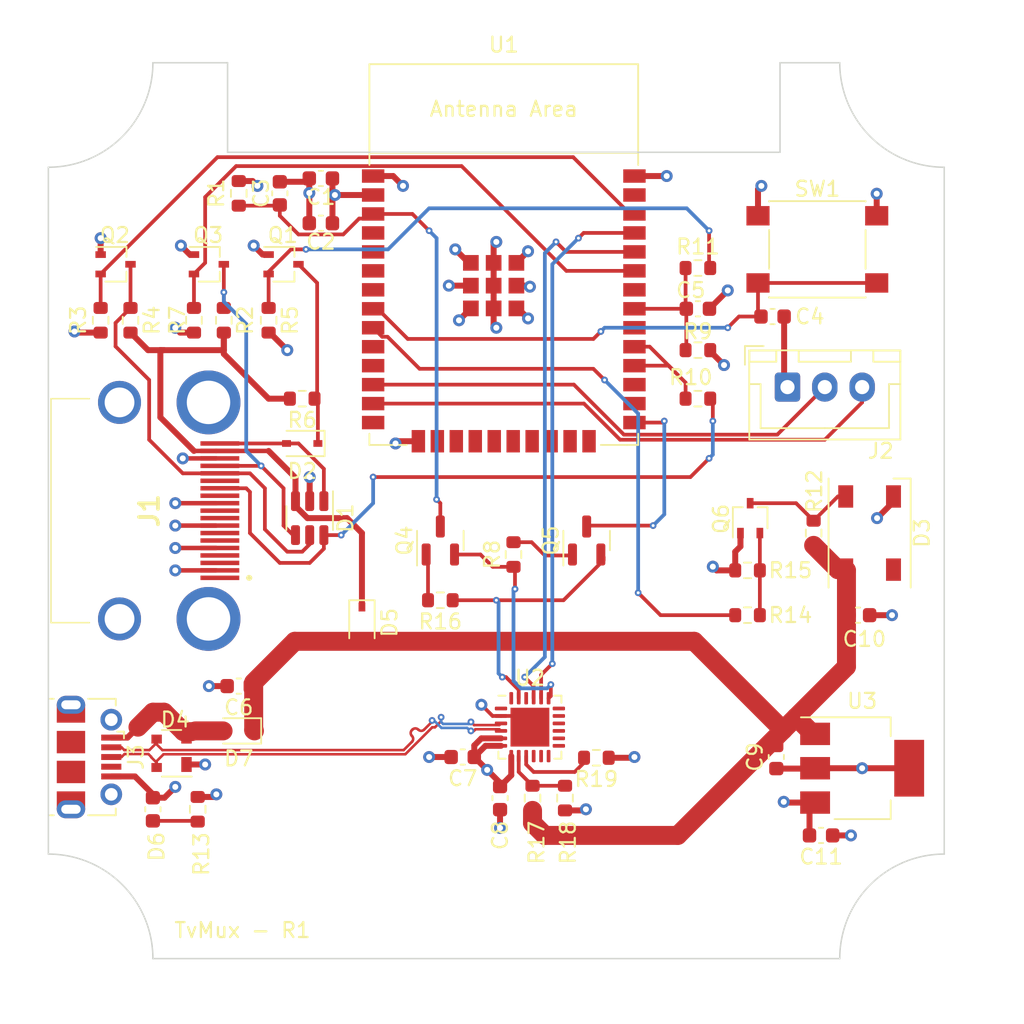
<source format=kicad_pcb>
(kicad_pcb (version 20211014) (generator pcbnew)
  (layers (0 "F.Cu" signal) (1 "In1.Cu" signal) (2 "In2.Cu" signal) (31 "B.Cu" signal) (36 "B.SilkS" user "B.Silkscreen") (37 "F.SilkS" user "F.Silkscreen") (38 "B.Mask" user) (39 "F.Mask" user) (44 "Edge.Cuts" user))
  (net 0 "")
  (net 1 "3V3")
  (net 2 "GND")
  (net 3 "WII_PAIR")
  (net 4 "VBUS")
  (net 5 "Net-(C5-Pad2)")
  (net 6 "CHIP_PU")
  (net 7 "USB_VBUS")
  (net 8 "Net-(D2-Pad1)")
  (net 9 "Net-(D3-Pad2)")
  (net 10 "USB_N")
  (net 11 "USB_P")
  (net 12 "HDMI_DDC_SCL")
  (net 13 "HDMI_DDC_SDA")
  (net 14 "HDMI_5V")
  (net 15 "HDMI_CEC")
  (net 16 "HDMI_HOT_PLUG_DETECT")
  (net 18 "Net-(D6-Pad2)")
  (net 21 "WII_RX")
  (net 22 "WII_TX")
  (net 32 "Net-(Q1-Pad2)")
  (net 33 "Net-(Q4-Pad1)")
  (net 34 "Net-(Q5-Pad2)")
  (net 35 "BOOT")
  (net 36 "Net-(Q5-Pad1)")
  (net 37 "Net-(Q6-Pad2)")
  (net 38 "Net-(Q4-Pad2)")
  (net 39 "DDC_SCL")
  (net 40 "DDC_SDA")
  (net 41 "Net-(R10-Pad1)")
  (net 42 "Net-(R17-Pad2)")
  (net 43 "RGB")
  (net 44 "Net-(R19-Pad2)")
  (net 55 "U0_TXD")
  (net 56 "U0_RXD")
  (footprint "Package_TO_SOT_SMD:SOT-143" (layer "F.Cu") (at 123.25 101.25 180)
    (fp_text reference "D4")
    (fp_text value "SP0503BAHT")
  )
  (footprint "Package_TO_SOT_SMD:SOT-23" (layer "F.Cu") (at 141.25 87 90)
    (fp_text reference "Q4")
    (fp_text value "MMBT3904")
  )
  (footprint "Package_TO_SOT_SMD:SOT-323_SC-70" (layer "F.Cu") (at 130.75 68.5)
    (fp_text reference "Q1")
    (fp_text value "BSS138")
  )
  (footprint "Resistor_SMD:R_0603_1608Metric" (layer "F.Cu") (at 146.15 87.9375 90)
    (fp_text reference "R8")
    (fp_text value "10K")
  )
  (footprint "Espressif:ESP32-WROOM-32E" (layer "F.Cu") (at 145.5 69.6)
    (fp_text reference "U1")
    (fp_text value "ESP32-WROOM-E")
  )
  (footprint "Resistor_SMD:R_0603_1608Metric" (layer "F.Cu") (at 127.75 63.75 -90)
    (fp_text reference "R1")
    (fp_text value "10K")
  )
  (footprint "Capacitor_SMD:C_0603_1608Metric" (layer "F.Cu") (at 133.25 62.75 180)
    (fp_text reference "C1")
    (fp_text value "0.1uF")
  )
  (footprint "Package_TO_SOT_SMD:SOT-23-6" (layer "F.Cu") (at 132.5 85.5 -90)
    (fp_text reference "D1")
    (fp_text value "SP0505BAHT")
  )
  (footprint "MyParts:2086581051" (layer "F.Cu") (at 121.25 85 -90)
    (fp_text reference "J1")
    (fp_text value "HDMI_A" hide)
  )
  (footprint "Capacitor_SMD:C_0603_1608Metric" (layer "F.Cu") (at 133.25 65.75 180)
    (fp_text reference "C2")
    (fp_text value "10uF")
  )
  (footprint "LED_SMD:LED_SK6812_PLCC4_5.0x5.0mm_P3.2mm" (layer "F.Cu") (at 170 86.5 90)
    (fp_text reference "D3")
    (fp_text value "SK6812")
  )
  (footprint "Capacitor_SMD:C_0603_1608Metric" (layer "F.Cu") (at 130.5 63.75 90)
    (fp_text reference "C3")
    (fp_text value "1uF")
  )
  (footprint "Capacitor_SMD:C_0603_1608Metric" (layer "F.Cu") (at 163.75 101.5 90)
    (fp_text reference "C9")
    (fp_text value "4.7uF")
  )
  (footprint "Resistor_SMD:R_0603_1608Metric" (layer "F.Cu") (at 126.75 72.25 -90)
    (fp_text reference "R2")
    (fp_text value "10K")
  )
  (footprint "Capacitor_SMD:C_0603_1608Metric" (layer "F.Cu") (at 169.225 92 180)
    (fp_text reference "C10")
    (fp_text value "0.1uF")
  )
  (footprint "Capacitor_SMD:C_0603_1608Metric" (layer "F.Cu") (at 163.5 72)
    (fp_text reference "C4")
    (fp_text value "0.1uF")
  )
  (footprint "Package_TO_SOT_SMD:SOT-323_SC-70" (layer "F.Cu") (at 125.75 68.5)
    (fp_text reference "Q3")
    (fp_text value "BSS138")
  )
  (footprint "Resistor_SMD:R_0603_1608Metric" (layer "F.Cu") (at 125 105 90)
    (fp_text reference "R13")
    (fp_text value "5.1K")
  )
  (footprint "Resistor_SMD:R_0603_1608Metric" (layer "F.Cu") (at 161.825 89 180)
    (fp_text reference "R15")
    (fp_text value "10K")
  )
  (footprint "Resistor_SMD:R_0603_1608Metric" (layer "F.Cu") (at 158.5 74.25)
    (fp_text reference "R9")
    (fp_text value "1M")
  )
  (footprint "Resistor_SMD:R_0603_1608Metric" (layer "F.Cu") (at 161.825 92)
    (fp_text reference "R14")
    (fp_text value "1K")
  )
  (footprint "Diode_SMD:D_SOD-323" (layer "F.Cu") (at 127.75 99.75 180)
    (fp_text reference "D7")
    (fp_text value "1N5819")
  )
  (footprint "Package_TO_SOT_SMD:SOT-323_SC-70" (layer "F.Cu") (at 119.5 68.5)
    (fp_text reference "Q2")
    (fp_text value "BSS138")
  )
  (footprint "Package_DFN_QFN:QFN-24-1EP_4x4mm_P0.5mm_EP2.6x2.6mm" (layer "F.Cu") (at 147.25 99.5)
    (fp_text reference "U2")
    (fp_text value "CP2102N-Axx-xQFN24")
  )
  (footprint "Capacitor_SMD:C_0603_1608Metric" (layer "F.Cu") (at 166.75 106.75 180)
    (fp_text reference "C11")
    (fp_text value "4.7uF")
  )
  (footprint "Capacitor_SMD:C_0603_1608Metric" (layer "F.Cu") (at 127.75 96.75 180)
    (fp_text reference "C6")
    (fp_text value "10uF")
  )
  (footprint "Resistor_SMD:R_0603_1608Metric" (layer "F.Cu") (at 129.75 72.25 -90)
    (fp_text reference "R5")
    (fp_text value "10K")
  )
  (footprint "Resistor_SMD:R_0603_1608Metric" (layer "F.Cu") (at 120.5 72.25 -90)
    (fp_text reference "R4")
    (fp_text value "10K")
  )
  (footprint "Capacitor_SMD:C_0603_1608Metric" (layer "F.Cu") (at 158.5 71.48 180)
    (fp_text reference "C5")
    (fp_text value "1uF")
  )
  (footprint "Connector_JST:JST_XH_B3B-XH-A_1x03_P2.50mm_Vertical" (layer "F.Cu") (at 164.5 76.725)
    (fp_text reference "J2")
    (fp_text value "Conn_01x03_Female")
  )
  (footprint "Resistor_SMD:R_0603_1608Metric" (layer "F.Cu") (at 118.5 72.25 -90)
    (fp_text reference "R3")
    (fp_text value "10K")
  )
  (footprint "Resistor_SMD:R_0603_1608Metric" (layer "F.Cu") (at 141.25 91 180)
    (fp_text reference "R16")
    (fp_text value "10K")
  )
  (footprint "Capacitor_SMD:C_0603_1608Metric" (layer "F.Cu") (at 145.25 104.25 -90)
    (fp_text reference "C8")
    (fp_text value "0.1uF")
  )
  (footprint "Package_TO_SOT_SMD:SOT-23" (layer "F.Cu") (at 151.05 87 90)
    (fp_text reference "Q5")
    (fp_text value "MMBT3904")
  )
  (footprint "Package_TO_SOT_SMD:SOT-223-3_TabPin2" (layer "F.Cu") (at 169.5 102.25)
    (fp_text reference "U3")
    (fp_text value "AP7361C-33E")
  )
  (footprint "Resistor_SMD:R_0603_1608Metric" (layer "F.Cu") (at 166.25 86.5 -90)
    (fp_text reference "R12")
    (fp_text value "10K")
  )
  (footprint "Connector_USB:USB_Micro-B_Molex-105017-0001" (layer "F.Cu") (at 117.75 101.5 -90)
    (fp_text reference "J3")
    (fp_text value "USB_B_Micro")
  )
  (footprint "Resistor_SMD:R_0603_1608Metric" (layer "F.Cu") (at 158.5 77.5)
    (fp_text reference "R10")
    (fp_text value "2K")
  )
  (footprint "Package_TO_SOT_SMD:SOT-323_SC-70" (layer "F.Cu") (at 162 85.5 90)
    (fp_text reference "Q6")
    (fp_text value "BSS138")
  )
  (footprint "Diode_SMD:D_SOD-323" (layer "F.Cu") (at 132 80.5 180)
    (fp_text reference "D2")
    (fp_text value "1N5819")
  )
  (footprint "Button_Switch_SMD:SW_Push_1P1T_NO_6x6mm_H9.5mm" (layer "F.Cu") (at 166.5 67.5)
    (fp_text reference "SW1")
    (fp_text value "PAIR")
  )
  (footprint "Capacitor_SMD:C_0603_1608Metric" (layer "F.Cu") (at 142.75 101.5 180)
    (fp_text reference "C7")
    (fp_text value "4.7uF")
  )
  (footprint "Diode_SMD:D_SOD-323" (layer "F.Cu") (at 136 92.5 -90)
    (fp_text reference "D5")
    (fp_text value "1N5819")
  )
  (footprint "Resistor_SMD:R_0603_1608Metric" (layer "F.Cu") (at 147.425 104.25 90)
    (fp_text reference "R17")
    (fp_text value "22K")
  )
  (footprint "Resistor_SMD:R_0603_1608Metric" (layer "F.Cu") (at 149.6 104.25 90)
    (fp_text reference "R18")
    (fp_text value "47K")
  )
  (footprint "Resistor_SMD:R_0603_1608Metric" (layer "F.Cu") (at 132 77.5 180)
    (fp_text reference "R6")
    (fp_text value "10K")
  )
  (footprint "Resistor_SMD:R_0603_1608Metric" (layer "F.Cu") (at 158.5 68.75)
    (fp_text reference "R11")
    (fp_text value "100K")
  )
  (footprint "Capacitor_SMD:C_0603_1608Metric" (layer "F.Cu") (at 122 105 -90)
    (fp_text reference "D6")
    (fp_text value "RED LED")
  )
  (footprint "Resistor_SMD:R_0603_1608Metric" (layer "F.Cu") (at 124.75 72.25 -90)
    (fp_text reference "R7")
    (fp_text value "10K")
  )
  (footprint "Resistor_SMD:R_0603_1608Metric" (layer "F.Cu") (at 151.7 101.55 180)
    (fp_text reference "R19")
    (fp_text value "1K")
  )
  (gr_line locked (start 127 61) (end 127 55) (layer "Edge.Cuts") (width 0.1))
  (gr_line locked (start 127 55) (end 122 55) (layer "Edge.Cuts") (width 0.1))
  (gr_line locked (start 175 108) (end 175 62) (layer "Edge.Cuts") (width 0.1))
  (gr_line locked (start 127 61) (end 164 61) (layer "Edge.Cuts") (width 0.1))
  (gr_line locked (start 122 115) (end 168 115) (layer "Edge.Cuts") (width 0.1))
  (gr_line locked (start 164 55) (end 164 61) (layer "Edge.Cuts") (width 0.1))
  (gr_arc locked (start 168 115) (mid 170.050253 110.050253) (end 175 108) (layer "Edge.Cuts") (width 0.1))
  (gr_arc locked (start 115 108) (mid 119.949747 110.050253) (end 122 115) (layer "Edge.Cuts") (width 0.1))
  (gr_line locked (start 115 62) (end 115 108) (layer "Edge.Cuts") (width 0.1))
  (gr_arc locked (start 175 62) (mid 170.050253 59.949747) (end 168 55) (layer "Edge.Cuts") (width 0.1))
  (gr_line locked (start 168 55) (end 164 55) (layer "Edge.Cuts") (width 0.1))
  (gr_arc locked (start 122 55) (mid 119.949747 59.949747) (end 115 62) (layer "Edge.Cuts") (width 0.1))
  (gr_text "TvMux - R1" (at 128 113.1) (layer "F.SilkS") (effects (font (size 1 1))))
  (segment (start 118.5 73.075) (end 116.825 73.075) (width 0.4) (layer "F.Cu") (net 1))
  (segment (start 166.35 104.55) (end 164.3 104.55) (width 0.4) (layer "F.Cu") (net 1))
  (segment (start 143.525 100.725) (end 143.525 101.5) (width 0.4) (layer "F.Cu") (net 1))
  (segment (start 145.25 103.225) (end 144.3875 102.3625) (width 0.4) (layer "F.Cu") (net 1))
  (segment (start 134.19 63.86) (end 134.025 64.025) (width 0.4) (layer "F.Cu") (net 1))
  (segment (start 159.75 89) (end 159.5 88.75) (width 0.4) (layer "F.Cu") (net 1))
  (segment (start 129.825 73.075) (end 131 74.25) (width 0.4) (layer "F.Cu") (net 1))
  (segment (start 124.475 67.85) (end 123.875 67.25) (width 0.4) (layer "F.Cu") (net 1))
  (segment (start 145.3125 100.25) (end 144 100.25) (width 0.4) (layer "F.Cu") (net 1))
  (segment (start 128.675 62.925) (end 129 63.25) (width 0.4) (layer "F.Cu") (net 1))
  (segment (start 161.35 86.5) (end 161.35 87.4) (width 0.4) (layer "F.Cu") (net 1))
  (segment (start 144.275 100.75) (end 143.525 101.5) (width 0.4) (layer "F.Cu") (net 1))
  (segment (start 123.825 73.075) (end 123.5 72.75) (width 0.4) (layer "F.Cu") (net 1))
  (segment (start 134.025 62.75) (end 134.025 64.025) (width 0.4) (layer "F.Cu") (net 1))
  (segment (start 161.35 87.4) (end 161 87.75) (width 0.4) (layer "F.Cu") (net 1))
  (segment (start 126.075 104.175) (end 126.25 104) (width 0.4) (layer "F.Cu") (net 1))
  (segment (start 136.75 63.86) (end 134.19 63.86) (width 0.4) (layer "F.Cu") (net 1))
  (segment (start 127.75 62.925) (end 128.675 62.925) (width 0.4) (layer "F.Cu") (net 1))
  (segment (start 146 102.725) (end 145.25 103.475) (width 0.4) (layer "F.Cu") (net 1))
  (segment (start 125 104.175) (end 126.075 104.175) (width 0.4) (layer "F.Cu") (net 1))
  (segment (start 161 87.75) (end 161 89) (width 0.4) (layer "F.Cu") (net 1))
  (segment (start 146 101.4375) (end 146 102.725) (width 0.4) (layer "F.Cu") (net 1))
  (segment (start 154.2 101.55) (end 154.25 101.5) (width 0.4) (layer "F.Cu") (net 1))
  (segment (start 116.825 73.075) (end 116.75 73) (width 0.4) (layer "F.Cu") (net 1))
  (segment (start 161 89) (end 159.75 89) (width 0.4) (layer "F.Cu") (net 1))
  (segment (start 118.5 67.85) (end 118.5 66.75) (width 0.4) (layer "F.Cu") (net 1))
  (segment (start 164.3 104.55) (end 164.25 104.5) (width 0.4) (layer "F.Cu") (net 1))
  (segment (start 129.75 67.85) (end 129.35 67.85) (width 0.4) (layer "F.Cu") (net 1))
  (segment (start 144 100.25) (end 143.525 100.725) (width 0.4) (layer "F.Cu") (net 1))
  (segment (start 134.025 64.025) (end 134.025 65.75) (width 0.4) (layer "F.Cu") (net 1))
  (segment (start 129.35 67.85) (end 128.75 67.25) (width 0.4) (layer "F.Cu") (net 1))
  (segment (start 145.3125 100.75) (end 144.275 100.75) (width 0.4) (layer "F.Cu") (net 1))
  (segment (start 124.75 73.075) (end 123.825 73.075) (width 0.4) (layer "F.Cu") (net 1))
  (segment (start 165.975 106.75) (end 165.975 104.925) (width 0.4) (layer "F.Cu") (net 1))
  (segment (start 143.525 101.5) (end 144.3875 102.3625) (width 0.4) (layer "F.Cu") (net 1))
  (segment (start 152.525 101.55) (end 154.2 101.55) (width 0.4) (layer "F.Cu") (net 1))
  (via (at 164.25 104.5) (size 0.8) (drill 0.4) (layers "F.Cu" "B.Cu") (net 1))
  (via (at 134.19 63.86) (size 0.8) (drill 0.4) (layers "F.Cu" "B.Cu") (net 1))
  (via (at 144.3875 102.3625) (size 0.8) (drill 0.4) (layers "F.Cu" "B.Cu") (net 1))
  (via (at 128.75 67.25) (size 0.8) (drill 0.4) (layers "F.Cu" "B.Cu") (net 1))
  (via (at 123.875 67.25) (size 0.8) (drill 0.4) (layers "F.Cu" "B.Cu") (net 1))
  (via (at 131 74.25) (size 0.8) (drill 0.4) (layers "F.Cu" "B.Cu") (net 1))
  (via (at 123.5 72.75) (size 0.8) (drill 0.4) (layers "F.Cu" "B.Cu") (net 1))
  (via (at 126.25 104) (size 0.8) (drill 0.4) (layers "F.Cu" "B.Cu") (net 1))
  (via (at 159.5 88.75) (size 0.8) (drill 0.4) (layers "F.Cu" "B.Cu") (net 1))
  (via (at 118.5 66.75) (size 0.8) (drill 0.4) (layers "F.Cu" "B.Cu") (net 1))
  (via (at 154.25 101.5) (size 0.8) (drill 0.4) (layers "F.Cu" "B.Cu") (net 1))
  (via (at 116.75 73) (size 0.8) (drill 0.4) (layers "F.Cu" "B.Cu") (net 1))
  (via (at 129 63.25) (size 0.8) (drill 0.4) (layers "F.Cu" "B.Cu") (net 1))
  (segment (start 170 92) (end 171.5 92) (width 0.4) (layer "F.Cu") (net 2))
  (segment (start 141.975 101.5) (end 140.5 101.5) (width 0.4) (layer "F.Cu") (net 2))
  (segment (start 126.235 81.5) (end 124 81.5) (width 0.3) (layer "F.Cu") (net 2))
  (segment (start 164.275 72) (end 164.275 76.5) (width 0.4) (layer "F.Cu") (net 2))
  (segment (start 132.475 65.75) (end 132.475 62.75) (width 0.4) (layer "F.Cu") (net 2))
  (segment (start 159.325 74.325) (end 160.25 75.25) (width 0.4) (layer "F.Cu") (net 2))
  (segment (start 126.235 87.5) (end 123.5 87.5) (width 0.3) (layer "F.Cu") (net 2))
  (segment (start 130.5 62.975) (end 132.25 62.975) (width 0.4) (layer "F.Cu") (net 2))
  (segment (start 124.25 102) (end 125.5 102) (width 0.4) (layer "F.Cu") (net 2))
  (segment (start 136.75 62.59) (end 138.09 62.59) (width 0.4) (layer "F.Cu") (net 2))
  (segment (start 132.5 84.25) (end 132.5 82.75) (width 0.4) (layer "F.Cu") (net 2))
  (segment (start 146.345 68.405) (end 147.125 67.625) (width 0.4) (layer "F.Cu") (net 2))
  (segment (start 144.82 72.57) (end 145 72.75) (width 0.4) (layer "F.Cu") (net 2))
  (segment (start 120.8 102.8) (end 119.2125 102.8) (width 0.4) (layer "F.Cu") (net 2))
  (segment (start 138.09 62.59) (end 138.75 63.25) (width 0.4) (layer "F.Cu") (net 2))
  (segment (start 126.235 84.5) (end 123.5 84.5) (width 0.3) (layer "F.Cu") (net 2))
  (segment (start 163.75 102.275) (end 166.325 102.275) (width 0.4) (layer "F.Cu") (net 2))
  (segment (start 150.925 105.075) (end 151 105) (width 0.4) (layer "F.Cu") (net 2))
  (segment (start 145.25 105.025) (end 145.25 106.25) (width 0.4) (layer "F.Cu") (net 2))
  (segment (start 145.3125 98.75) (end 144.75 98.75) (width 0.25) (layer "F.Cu") (net 2))
  (segment (start 154.25 62.59) (end 156.41 62.59) (width 0.4) (layer "F.Cu") (net 2))
  (segment (start 144.82 71.455) (end 144.82 72.57) (width 0.4) (layer "F.Cu") (net 2))
  (segment (start 162.525 63.475) (end 162.75 63.25) (width 0.4) (layer "F.Cu") (net 2))
  (segment (start 169.5 102.25) (end 166.35 102.25) (width 0.4) (layer "F.Cu") (net 2))
  (segment (start 146.455 71.455) (end 147.125 72.125) (width 0.4) (layer "F.Cu") (net 2))
  (segment (start 144.82 71.455) (end 144.82 67.18) (width 0.4) (layer "F.Cu") (net 2))
  (segment (start 149.6 105.075) (end 150.925 105.075) (width 0.4) (layer "F.Cu") (net 2))
  (segment (start 144.75 98.75) (end 144 98) (width 0.25) (layer "F.Cu") (net 2))
  (segment (start 144.82 67.18) (end 145 67) (width 0.4) (layer "F.Cu") (net 2))
  (segment (start 126.235 86) (end 123.5 86) (width 0.3) (layer "F.Cu") (net 2))
  (segment (start 139.78 80.35) (end 138.4 80.35) (width 0.4) (layer "F.Cu") (net 2))
  (segment (start 172.65 102.25) (end 169.5 102.25) (width 0.4) (layer "F.Cu") (net 2))
  (segment (start 146.345 69.93) (end 147.18 69.93) (width 0.4) (layer "F.Cu") (net 2))
  (segment (start 143.295 69.93) (end 141.82 69.93) (width 0.4) (layer "F.Cu") (net 2))
  (segment (start 127 96.75) (end 125.75 96.75) (width 0.4) (layer "F.Cu") (net 2))
  (segment (start 167.5 106.75) (end 168.75 106.75) (width 0.4) (layer "F.Cu") (net 2))
  (segment (start 138.4 80.35) (end 138.25 80.5) (width 0.4) (layer "F.Cu") (net 2))
  (segment (start 122 104) (end 120.8 102.8) (width 0.4) (layer "F.Cu") (net 2))
  (segment (start 143.295 71.455) (end 142.5 72.25) (width 0.4) (layer "F.Cu") (net 2))
  (segment (start 145.3125 98.75) (end 146.5 98.75) (width 0.25) (layer "F.Cu") (net 2))
  (segment (start 162.525 65.25) (end 162.525 63.475) (width 0.4) (layer "F.Cu") (net 2))
  (segment (start 126.235 89) (end 123.5 89) (width 0.3) (layer "F.Cu") (net 2))
  (segment (start 159.275 71.475) (end 160.5 70.25) (width 0.4) (layer "F.Cu") (net 2))
  (segment (start 147.18 69.93) (end 147.25 70) (width 0.4) (layer "F.Cu") (net 2))
  (segment (start 122 104.225) (end 122.775 104.225) (width 0.4) (layer "F.Cu") (net 2))
  (segment (start 122.775 104.225) (end 123.5 103.5) (width 0.4) (layer "F.Cu") (net 2))
  (segment (start 170.475 65.25) (end 170.475 63.775) (width 0.4) (layer "F.Cu") (net 2))
  (segment (start 171.6 84.4) (end 170.5 85.5) (width 0.4) (layer "F.Cu") (net 2))
  (segment (start 143.155 68.405) (end 142.25 67.5) (width 0.4) (layer "F.Cu") (net 2))
  (via (at 140.5 101.5) (size 0.8) (drill 0.4) (layers "F.Cu" "B.Cu") (net 2))
  (via (at 142.25 67.5) (size 0.8) (drill 0.4) (layers "F.Cu" "B.Cu") (net 2))
  (via (at 124 81.5) (size 0.8) (drill 0.4) (layers "F.Cu" "B.Cu") (net 2))
  (via (at 170.5 85.5) (size 0.8) (drill 0.4) (layers "F.Cu" "B.Cu") (net 2))
  (via (at 168.75 106.75) (size 0.8) (drill 0.4) (layers "F.Cu" "B.Cu") (net 2))
  (via (at 123.5 87.5) (size 0.8) (drill 0.4) (layers "F.Cu" "B.Cu") (net 2))
  (via (at 145 72.75) (size 0.8) (drill 0.4) (layers "F.Cu" "B.Cu") (net 2))
  (via (at 169.5 102.25) (size 0.8) (drill 0.4) (layers "F.Cu" "B.Cu") (net 2))
  (via (at 144 98) (size 0.8) (drill 0.4) (layers "F.Cu" "B.Cu") (net 2))
  (via (at 138.75 63.25) (size 0.8) (drill 0.4) (layers "F.Cu" "B.Cu") (net 2))
  (via (at 151 105) (size 0.8) (drill 0.4) (layers "F.Cu" "B.Cu") (net 2))
  (via (at 145.25 106.25) (size 0.8) (drill 0.4) (layers "F.Cu" "B.Cu") (net 2))
  (via (at 123.5 84.5) (size 0.8) (drill 0.4) (layers "F.Cu" "B.Cu") (net 2))
  (via (at 138.25 80.5) (size 0.8) (drill 0.4) (layers "F.Cu" "B.Cu") (net 2))
  (via (at 145 67) (size 0.8) (drill 0.4) (layers "F.Cu" "B.Cu") (net 2))
  (via (at 171.5 92) (size 0.8) (drill 0.4) (layers "F.Cu" "B.Cu") (net 2))
  (via (at 147.25 70) (size 0.8) (drill 0.4) (layers "F.Cu" "B.Cu") (net 2))
  (via (at 142.5 72.25) (size 0.8) (drill 0.4) (layers "F.Cu" "B.Cu") (net 2))
  (via (at 132.5 82.75) (size 0.8) (drill 0.4) (layers "F.Cu" "B.Cu") (net 2))
  (via (at 147.125 67.625) (size 0.8) (drill 0.4) (layers "F.Cu" "B.Cu") (net 2))
  (via (at 125.75 96.75) (size 0.8) (drill 0.4) (layers "F.Cu" "B.Cu") (net 2))
  (via (at 123.5 89) (size 0.8) (drill 0.4) (layers "F.Cu" "B.Cu") (net 2))
  (via (at 147.125 72.125) (size 0.8) (drill 0.4) (layers "F.Cu" "B.Cu") (net 2))
  (via (at 125.5 102) (size 0.8) (drill 0.4) (layers "F.Cu" "B.Cu") (net 2))
  (via (at 162.75 63.25) (size 0.8) (drill 0.4) (layers "F.Cu" "B.Cu") (net 2))
  (via (at 160.5 70.25) (size 0.8) (drill 0.4) (layers "F.Cu" "B.Cu") (net 2))
  (via (at 160.25 75.25) (size 0.8) (drill 0.4) (layers "F.Cu" "B.Cu") (net 2))
  (via (at 170.475 63.775) (size 0.8) (drill 0.4) (layers "F.Cu" "B.Cu") (net 2))
  (via (at 141.82 69.93) (size 0.8) (drill 0.4) (layers "F.Cu" "B.Cu") (net 2))
  (via (at 132.475 63.725) (size 0.8) (drill 0.4) (layers "F.Cu" "B.Cu") (net 2))
  (via (at 156.41 62.59) (size 0.8) (drill 0.4) (layers "F.Cu" "B.Cu") (net 2))
  (via (at 123.5 103.5) (size 0.8) (drill 0.4) (layers "F.Cu" "B.Cu") (net 2))
  (via (at 123.5 86) (size 0.8) (drill 0.4) (layers "F.Cu" "B.Cu") (net 2))
  (segment (start 162.725 72) (end 161.25 72) (width 0.25) (layer "F.Cu") (net 3))
  (segment (start 162.525 69.75) (end 170.475 69.75) (width 0.25) (layer "F.Cu") (net 3))
  (segment (start 152 73) (end 151.5 73.5) (width 0.25) (layer "F.Cu") (net 3))
  (segment (start 151.5 73.5) (end 139.07 73.5) (width 0.25) (layer "F.Cu") (net 3))
  (segment (start 161.25 72) (end 160.5 72.75) (width 0.25) (layer "F.Cu") (net 3))
  (segment (start 139.07 73.5) (end 137.05 71.48) (width 0.25) (layer "F.Cu") (net 3))
  (segment (start 162.525 69.75) (end 162.525 71.8) (width 0.25) (layer "F.Cu") (net 3))
  (via (at 152 73) (size 0.45) (drill 0.2) (layers "F.Cu" "B.Cu") (net 3))
  (via (at 160.5 72.75) (size 0.45) (drill 0.2) (layers "F.Cu" "B.Cu") (net 3))
  (segment (start 152.25 72.75) (end 160.5 72.75) (width 0.25) (layer "B.Cu") (net 3))
  (segment (start 152 73) (end 152.25 72.75) (width 0.25) (layer "B.Cu") (net 3))
  (segment (start 164.2 99.7) (end 158.25 93.75) (width 1.27) (layer "F.Cu") (net 4))
  (segment (start 157.15 106.75) (end 148.25 106.75) (width 1.27) (layer "F.Cu") (net 4))
  (segment (start 147.425 105.925) (end 147.425 105.075) (width 1.27) (layer "F.Cu") (net 4))
  (segment (start 131.5 93.75) (end 158.25 93.75) (width 1.27) (layer "F.Cu") (net 4))
  (segment (start 168.45 95.45) (end 168.45 92) (width 1.27) (layer "F.Cu") (net 4))
  (segment (start 168.45 92) (end 168.45 89) (width 1.27) (layer "F.Cu") (net 4))
  (segment (start 165.075 98.825) (end 168.45 95.45) (width 1.27) (layer "F.Cu") (net 4))
  (segment (start 128.8 99.75) (end 128.75 99.7) (width 1.27) (layer "F.Cu") (net 4))
  (segment (start 168.4 88.95) (end 167.875 88.95) (width 1.27) (layer "F.Cu") (net 4))
  (segment (start 167.875 88.95) (end 166.25 87.325) (width 1.27) (layer "F.Cu") (net 4))
  (segment (start 131.5 93.75) (end 128.75 96.5) (width 1.27) (layer "F.Cu") (net 4))
  (segment (start 166.2 99.95) (end 165.075 98.825) (width 1.27) (layer "F.Cu") (net 4))
  (segment (start 148.25 106.75) (end 147.425 105.925) (width 1.27) (layer "F.Cu") (net 4))
  (segment (start 164.2 99.7) (end 165.075 98.825) (width 1.27) (layer "F.Cu") (net 4))
  (segment (start 164.2 99.7) (end 157.15 106.75) (width 1.27) (layer "F.Cu") (net 4))
  (segment (start 128.75 99.7) (end 128.75 96.525) (width 1.27) (layer "F.Cu") (net 4))
  (segment (start 168.45 89) (end 168.4 88.95) (width 1.27) (layer "F.Cu") (net 4))
  (segment (start 154.25 71.48) (end 157.725 71.48) (width 0.25) (layer "F.Cu") (net 5))
  (segment (start 157.675 68.75) (end 157.675 71.616666) (width 0.25) (layer "F.Cu") (net 5))
  (segment (start 157.725 71.48) (end 157.725 74.2) (width 0.25) (layer "F.Cu") (net 5))
  (segment (start 141.25 84.5) (end 141 84.25) (width 0.25) (layer "F.Cu") (net 6))
  (segment (start 127.75 64.575) (end 130.45 64.575) (width 0.25) (layer "F.Cu") (net 6))
  (segment (start 130.5 65.25) (end 130.5 64.525) (width 0.25) (layer "F.Cu") (net 6))
  (segment (start 136.44 65.44) (end 135.81 65.44) (width 0.25) (layer "F.Cu") (net 6))
  (segment (start 136.75 65.13) (end 139.38 65.13) (width 0.25) (layer "F.Cu") (net 6))
  (segment (start 134.75 66.5) (end 131.75 66.5) (width 0.25) (layer "F.Cu") (net 6))
  (segment (start 135.81 65.44) (end 134.75 66.5) (width 0.25) (layer "F.Cu") (net 6))
  (segment (start 139.38 65.13) (end 140.5 66.25) (width 0.25) (layer "F.Cu") (net 6))
  (segment (start 131.75 66.5) (end 130.5 65.25) (width 0.25) (layer "F.Cu") (net 6))
  (segment (start 141.25 86.0625) (end 141.25 84.5) (width 0.25) (layer "F.Cu") (net 6))
  (via (at 140.5 66.25) (size 0.45) (drill 0.2) (layers "F.Cu" "B.Cu") (net 6))
  (via (at 141 84.25) (size 0.45) (drill 0.2) (layers "F.Cu" "B.Cu") (net 6))
  (segment (start 141 84.25) (end 141 66.75) (width 0.25) (layer "B.Cu") (net 6))
  (segment (start 141 66.75) (end 140.5 66.25) (width 0.25) (layer "B.Cu") (net 6))
  (segment (start 124.05 99.8) (end 122.75 98.5) (width 1.27) (layer "F.Cu") (net 7))
  (segment (start 122 98.5) (end 121 99.5) (width 1.27) (layer "F.Cu") (net 7))
  (segment (start 124.6 99.8) (end 124.05 99.8) (width 1.27) (layer "F.Cu") (net 7))
  (segment (start 124.85 99.75) (end 126.7 99.75) (width 1.27) (layer "F.Cu") (net 7))
  (segment (start 119.2125 100.2) (end 120.3 100.2) (width 0.4) (layer "F.Cu") (net 7))
  (segment (start 122.75 98.5) (end 122 98.5) (width 1.27) (layer "F.Cu") (net 7))
  (segment (start 120.3 100.2) (end 121 99.5) (width 0.4) (layer "F.Cu") (net 7))
  (segment (start 133 77.325) (end 133 69.75) (width 0.25) (layer "F.Cu") (net 8))
  (segment (start 133 69.75) (end 131.75 68.5) (width 0.25) (layer "F.Cu") (net 8))
  (segment (start 133.05 77.725) (end 133.05 80.5) (width 0.25) (layer "F.Cu") (net 8))
  (segment (start 167.875 84.05) (end 166.25 85.675) (width 0.25) (layer "F.Cu") (net 9))
  (segment (start 168.4 84.05) (end 167.875 84.05) (width 0.25) (layer "F.Cu") (net 9))
  (segment (start 162 84.5) (end 165.075 84.5) (width 0.25) (layer "F.Cu") (net 9))
  (segment (start 165.075 84.5) (end 166.25 85.675) (width 0.25) (layer "F.Cu") (net 9))
  (segment (start 139.348726 100.479983) (end 139.348725 100.479983) (width 0.175006) (layer "F.Cu") (net 10))
  (segment (start 120.084994 101.034994) (end 121.765006 101.034994) (width 0.175006) (layer "F.Cu") (net 10))
  (segment (start 139.77299 99.664355) (end 139.772989 99.664354) (width 0.175006) (layer "F.Cu") (net 10))
  (segment (start 140.7 99.128711) (end 140.164356 99.664355) (width 0.175006) (layer "F.Cu") (net 10))
  (segment (start 122.25 100.65) (end 122.25 100.3) (width 0.175006) (layer "F.Cu") (net 10))
  (segment (start 122.25 100.55) (end 122.25 100.3) (width 0.175006) (layer "F.Cu") (net 10))
  (segment (start 139.348724 100.088617) (end 139.348725 100.088618) (width 0.175006) (layer "F.Cu") (net 10))
  (segment (start 143.6 99.638303) (end 145.200803 99.638303) (width 0.175006) (layer "F.Cu") (net 10))
  (segment (start 119.2125 100.85) (end 119.9 100.85) (width 0.175006) (layer "F.Cu") (net 10))
  (segment (start 143.6 99.65) (end 143.6 99.638303) (width 0.175006) (layer "F.Cu") (net 10))
  (segment (start 122.636697 101.036697) (end 122.25 100.65) (width 0.175006) (layer "F.Cu") (net 10))
  (segment (start 139.381624 99.664353) (end 139.381624 99.664354) (width 0.175006) (layer "F.Cu") (net 10))
  (segment (start 140.7 99.05) (end 140.7 99.128711) (width 0.175006) (layer "F.Cu") (net 10))
  (segment (start 139.381624 99.664354) (end 139.348725 99.697252) (width 0.175006) (layer "F.Cu") (net 10))
  (segment (start 145.200803 99.638303) (end 145.3125 99.75) (width 0.175006) (layer "F.Cu") (net 10))
  (segment (start 143.3 99.75) (end 143.5 99.75) (width 0.175006) (layer "F.Cu") (net 10))
  (segment (start 138.792014 101.036697) (end 122.636697 101.036697) (width 0.175006) (layer "F.Cu") (net 10))
  (segment (start 121.765006 101.034994) (end 122.25 100.55) (width 0.175006) (layer "F.Cu") (net 10))
  (segment (start 143.5 99.75) (end 143.6 99.65) (width 0.175006) (layer "F.Cu") (net 10))
  (segment (start 139.348725 100.479983) (end 138.792014 101.036697) (width 0.175006) (layer "F.Cu") (net 10))
  (segment (start 119.9 100.85) (end 120.084994 101.034994) (width 0.175006) (layer "F.Cu") (net 10))
  (via (at 140.7 99.05) (size 0.45) (drill 0.2) (layers "F.Cu" "B.Cu") (net 10))
  (via (at 143.3 99.75) (size 0.45) (drill 0.2) (layers "F.Cu" "B.Cu") (net 10))
  (arc (start 139.348725 99.697252) (mid 139.26767 99.892934) (end 139.348724 100.088617) (width 0.175006) (layer "F.Cu") (net 10))
  (arc (start 139.772989 99.664354) (mid 139.577307 99.583299) (end 139.381624 99.664353) (width 0.175006) (layer "F.Cu") (net 10))
  (arc (start 139.348725 100.088618) (mid 139.42978 100.2843) (end 139.348726 100.479983) (width 0.175006) (layer "F.Cu") (net 10))
  (arc (start 140.164356 99.664355) (mid 139.968673 99.74541) (end 139.77299 99.664355) (width 0.175006) (layer "F.Cu") (net 10))
  (segment (start 140.825224 99.05) (end 140.7 99.05) (width 0.175006) (layer "B.Cu") (net 10))
  (segment (start 143.3 99.75) (end 143.247336 99.75) (width 0.175006) (layer "B.Cu") (net 10))
  (segment (start 143.047336 99.55) (end 141.325224 99.55) (width 0.175006) (layer "B.Cu") (net 10))
  (segment (start 141.325224 99.55) (end 140.825224 99.05) (width 0.175006) (layer "B.Cu") (net 10))
  (segment (start 143.247336 99.75) (end 143.047336 99.55) (width 0.175006) (layer "B.Cu") (net 10))
  (segment (start 140.891161 99.511503) (end 140.708388 99.511503) (width 0.175006) (layer "F.Cu") (net 11))
  (segment (start 140.708388 99.511503) (end 138.906588 101.313303) (width 0.175006) (layer "F.Cu") (net 11))
  (segment (start 119.2125 101.5) (end 119.9 101.5) (width 0.175006) (layer "F.Cu") (net 11))
  (segment (start 141.304156 98.834489) (end 141.304156 99.098508) (width 0.175006) (layer "F.Cu") (net 11))
  (segment (start 145.3125 99.25) (end 145.200803 99.361697) (width 0.175006) (layer "F.Cu") (net 11))
  (segment (start 141.304156 99.098508) (end 140.891161 99.511503) (width 0.175006) (layer "F.Cu") (net 11))
  (segment (start 122.25 102.2) (end 122.25 101.876606) (width 0.175006) (layer "F.Cu") (net 11))
  (segment (start 143.511697 99.361697) (end 143.3 99.15) (width 0.175006) (layer "F.Cu") (net 11))
  (segment (start 121.886697 101.486697) (end 121.886697 101.513303) (width 0.175006) (layer "F.Cu") (net 11))
  (segment (start 121.886697 101.513303) (end 122.25 101.876606) (width 0.175006) (layer "F.Cu") (net 11))
  (segment (start 122.713303 101.313303) (end 122.25 101.776606) (width 0.175006) (layer "F.Cu") (net 11))
  (segment (start 122.25 101.776606) (end 122.25 102.2) (width 0.175006) (layer "F.Cu") (net 11))
  (segment (start 143.511697 99.361697) (end 145.200803 99.361697) (width 0.175006) (layer "F.Cu") (net 11))
  (segment (start 121.7 101.3) (end 121.886697 101.486697) (width 0.175006) (layer "F.Cu") (net 11))
  (segment (start 119.9 101.5) (end 120.1 101.3) (width 0.175006) (layer "F.Cu") (net 11))
  (segment (start 138.906588 101.313303) (end 122.713303 101.313303) (width 0.175006) (layer "F.Cu") (net 11))
  (segment (start 120.1 101.3) (end 121.7 101.3) (width 0.175006) (layer "F.Cu") (net 11))
  (via (at 141.304156 98.834489) (size 0.45) (drill 0.2) (layers "F.Cu" "B.Cu") (net 11))
  (via (at 143.3 99.15) (size 0.45) (drill 0.2) (layers "F.Cu" "B.Cu") (net 11))
  (segment (start 141.304156 99.154156) (end 141.434994 99.284994) (width 0.175006) (layer "B.Cu") (net 11))
  (segment (start 141.304156 98.834489) (end 141.304156 99.154156) (width 0.175006) (layer "B.Cu") (net 11))
  (segment (start 143.165006 99.284994) (end 143.3 99.15) (width 0.175006) (layer "B.Cu") (net 11))
  (segment (start 141.434994 99.284994) (end 143.165006 99.284994) (width 0.175006) (layer "B.Cu") (net 11))
  (segment (start 129.5 83.5) (end 128.5 82.5) (width 0.25) (layer "F.Cu") (net 12))
  (segment (start 132.5 86.6375) (end 132.5 87.25) (width 0.25) (layer "F.Cu") (net 12))
  (segment (start 120.5 71.425) (end 120.5 68.5) (width 0.25) (layer "F.Cu") (net 12))
  (segment (start 131 87.75) (end 129.5 86.25) (width 0.25) (layer "F.Cu") (net 12))
  (segment (start 124 82.5) (end 121.75 80.25) (width 0.25) (layer "F.Cu") (net 12))
  (segment (start 132 87.75) (end 131 87.75) (width 0.25) (layer "F.Cu") (net 12))
  (segment (start 121.75 76.25) (end 119.5 74) (width 0.25) (layer "F.Cu") (net 12))
  (segment (start 132.5 87.25) (end 132 87.75) (width 0.25) (layer "F.Cu") (net 12))
  (segment (start 128.5 82.5) (end 126.235 82.5) (width 0.25) (layer "F.Cu") (net 12))
  (segment (start 119.5 72.425) (end 120.5 71.425) (width 0.25) (layer "F.Cu") (net 12))
  (segment (start 126.235 82.5) (end 124 82.5) (width 0.25) (layer "F.Cu") (net 12))
  (segment (start 129.5 86.25) (end 129.5 83.5) (width 0.25) (layer "F.Cu") (net 12))
  (segment (start 121.75 80.25) (end 121.75 76.25) (width 0.25) (layer "F.Cu") (net 12))
  (segment (start 119.5 74) (end 119.5 72.425) (width 0.25) (layer "F.Cu") (net 12))
  (segment (start 126.75 71.425) (end 126.75 70.375) (width 0.25) (layer "F.Cu") (net 13))
  (segment (start 129.25 82) (end 130.75 83.5) (width 0.25) (layer "F.Cu") (net 13))
  (segment (start 130.75 83.5) (end 130.75 86) (width 0.25) (layer "F.Cu") (net 13))
  (segment (start 126.75 70.375) (end 126.75 68.5) (width 0.25) (layer "F.Cu") (net 13))
  (segment (start 129.25 82) (end 126.235 82) (width 0.25) (layer "F.Cu") (net 13))
  (segment (start 130.75 86) (end 131.3875 86.6375) (width 0.25) (layer "F.Cu") (net 13))
  (via (at 129.25 82) (size 0.45) (drill 0.2) (layers "F.Cu" "B.Cu") (net 13))
  (via (at 126.75 70.375) (size 0.45) (drill 0.2) (layers "F.Cu" "B.Cu") (net 13))
  (segment (start 126.75 70.375) (end 126.75 71) (width 0.25) (layer "B.Cu") (net 13))
  (segment (start 126.75 71) (end 128.25 72.5) (width 0.25) (layer "B.Cu") (net 13))
  (segment (start 128.25 81) (end 129.25 82) (width 0.25) (layer "B.Cu") (net 13))
  (segment (start 128.25 72.5) (end 128.25 81) (width 0.25) (layer "B.Cu") (net 13))
  (segment (start 122.5 78.75) (end 122.5 74.25) (width 0.4) (layer "F.Cu") (net 14))
  (segment (start 121.675 74.25) (end 122.75 74.25) (width 0.4) (layer "F.Cu") (net 14))
  (segment (start 124.75 81) (end 122.5 78.75) (width 0.4) (layer "F.Cu") (net 14))
  (segment (start 126.75 73.075) (end 126.75 74.5) (width 0.4) (layer "F.Cu") (net 14))
  (segment (start 120.5 73.075) (end 121.675 74.25) (width 0.4) (layer "F.Cu") (net 14))
  (segment (start 135 85.5) (end 132.352746 85.5) (width 0.4) (layer "F.Cu") (net 14))
  (segment (start 132.352746 85.5) (end 131.55 84.697254) (width 0.4) (layer "F.Cu") (net 14))
  (segment (start 126.75 74.25) (end 126.75 73.075) (width 0.4) (layer "F.Cu") (net 14))
  (segment (start 126.235 81) (end 129.75 81) (width 0.3) (layer "F.Cu") (net 14))
  (segment (start 136 91.45) (end 136 86.5) (width 0.4) (layer "F.Cu") (net 14))
  (segment (start 129.75 81) (end 131.55 82.8) (width 0.4) (layer "F.Cu") (net 14))
  (segment (start 129.75 77.5) (end 131.175 77.5) (width 0.4) (layer "F.Cu") (net 14))
  (segment (start 122.5 74.25) (end 126.75 74.25) (width 0.4) (layer "F.Cu") (net 14))
  (segment (start 126.75 74.5) (end 129.75 77.5) (width 0.4) (layer "F.Cu") (net 14))
  (segment (start 136 86.5) (end 135 85.5) (width 0.4) (layer "F.Cu") (net 14))
  (segment (start 126.235 81) (end 124.75 81) (width 0.3) (layer "F.Cu") (net 14))
  (segment (start 131.55 82.8) (end 131.55 84.3625) (width 0.4) (layer "F.Cu") (net 14))
  (segment (start 133.45 86.6375) (end 133.45 87.55) (width 0.25) (layer "F.Cu") (net 15))
  (segment (start 130.5 88.5) (end 128.5 86.5) (width 0.25) (layer "F.Cu") (net 15))
  (segment (start 128.5 83.75) (end 128.25 83.5) (width 0.25) (layer "F.Cu") (net 15))
  (segment (start 128.25 83.5) (end 126.235 83.5) (width 0.25) (layer "F.Cu") (net 15))
  (segment (start 159.5 79) (end 159.5 77.675) (width 0.25) (layer "F.Cu") (net 15))
  (segment (start 133.45 86.6375) (end 134.6125 86.6375) (width 0.25) (layer "F.Cu") (net 15))
  (segment (start 158 82.75) (end 159.25 81.5) (width 0.25) (layer "F.Cu") (net 15))
  (segment (start 136.75 82.75) (end 158 82.75) (width 0.25) (layer "F.Cu") (net 15))
  (segment (start 133.45 87.55) (end 132.5 88.5) (width 0.25) (layer "F.Cu") (net 15))
  (segment (start 132.5 88.5) (end 130.5 88.5) (width 0.25) (layer "F.Cu") (net 15))
  (segment (start 128.5 86.5) (end 128.5 83.75) (width 0.25) (layer "F.Cu") (net 15))
  (via (at 159.25 81.5) (size 0.45) (drill 0.2) (layers "F.Cu" "B.Cu") (net 15))
  (via (at 136.75 82.75) (size 0.45) (drill 0.2) (layers "F.Cu" "B.Cu") (net 15))
  (via (at 159.5 79) (size 0.45) (drill 0.2) (layers "F.Cu" "B.Cu") (net 15))
  (via (at 134.6125 86.6375) (size 0.45) (drill 0.2) (layers "F.Cu" "B.Cu") (net 15))
  (segment (start 136.75 84.5) (end 136.75 82.75) (width 0.25) (layer "B.Cu") (net 15))
  (segment (start 159.25 81.5) (end 159.5 81.25) (width 0.25) (layer "B.Cu") (net 15))
  (segment (start 159.5 81.25) (end 159.5 79) (width 0.25) (layer "B.Cu") (net 15))
  (segment (start 134.6125 86.6375) (end 136.75 84.5) (width 0.25) (layer "B.Cu") (net 15))
  (segment (start 130.95 80.5) (end 131.75 80.5) (width 0.25) (layer "F.Cu") (net 16))
  (segment (start 131.75 80.5) (end 133.45 82.2) (width 0.25) (layer "F.Cu") (net 16))
  (segment (start 126.235 80.5) (end 130.95 80.5) (width 0.25) (layer "F.Cu") (net 16))
  (segment (start 133.45 82.2) (end 133.45 84.3625) (width 0.25) (layer "F.Cu") (net 16))
  (segment (start 122 105.775) (end 124.95 105.775) (width 0.25) (layer "F.Cu") (net 18))
  (segment (start 163.815 79.91) (end 167 76.725) (width 0.25) (layer "F.Cu") (net 21))
  (segment (start 136.75 76.56) (end 150.195 76.56) (width 0.25) (layer "F.Cu") (net 21))
  (segment (start 150.195 76.56) (end 153.545 79.91) (width 0.25) (layer "F.Cu") (net 21))
  (segment (start 153.545 79.91) (end 163.815 79.91) (width 0.25) (layer "F.Cu") (net 21))
  (segment (start 136.75 77.83) (end 150.869168 77.83) (width 0.25) (layer "F.Cu") (net 22))
  (segment (start 167 80.25) (end 169.5 77.75) (width 0.25) (layer "F.Cu") (net 22))
  (segment (start 150.869168 77.83) (end 153.289168 80.25) (width 0.25) (layer "F.Cu") (net 22))
  (segment (start 153.289168 80.25) (end 167 80.25) (width 0.25) (layer "F.Cu") (net 22))
  (segment (start 169.5 77.75) (end 169.5 76.725) (width 0.25) (layer "F.Cu") (net 22))
  (segment (start 129.75 71.425) (end 129.75 69.15) (width 0.25) (layer "F.Cu") (net 32))
  (segment (start 132.25 67.5) (end 131.25 67.5) (width 0.25) (layer "F.Cu") (net 32))
  (segment (start 131.25 67.5) (end 129.75 69) (width 0.25) (layer "F.Cu") (net 32))
  (segment (start 159.25 68.675) (end 159.25 66.25) (width 0.25) (layer "F.Cu") (net 32))
  (segment (start 129.75 69) (end 129.75 69.15) (width 0.25) (layer "F.Cu") (net 32))
  (via (at 132.25 67.5) (size 0.45) (drill 0.2) (layers "F.Cu" "B.Cu") (net 32))
  (via (at 159.25 66.25) (size 0.45) (drill 0.2) (layers "F.Cu" "B.Cu") (net 32))
  (segment (start 157.75 64.75) (end 159.25 66.25) (width 0.25) (layer "B.Cu") (net 32))
  (segment (start 137.75 67.5) (end 140.5 64.75) (width 0.25) (layer "B.Cu") (net 32))
  (segment (start 132.25 67.5) (end 137.75 67.5) (width 0.25) (layer "B.Cu") (net 32))
  (segment (start 140.5 64.75) (end 157.75 64.75) (width 0.25) (layer "B.Cu") (net 32))
  (segment (start 140.425 91) (end 140.425 88.0625) (width 0.25) (layer "F.Cu") (net 33))
  (segment (start 145.65 96.15) (end 146.5 97) (width 0.25) (layer "F.Cu") (net 34))
  (segment (start 145.65 96.15) (end 145.4 96.15) (width 0.25) (layer "F.Cu") (net 34))
  (segment (start 146.5 97.5625) (end 146.5 97) (width 0.25) (layer "F.Cu") (net 34))
  (segment (start 152.19 88.1275) (end 152.19 88.31) (width 0.25) (layer "F.Cu") (net 34))
  (segment (start 152.19 88.31) (end 149.5 91) (width 0.25) (layer "F.Cu") (net 34))
  (segment (start 149.5 91) (end 142.075 91) (width 0.25) (layer "F.Cu") (net 34))
  (segment (start 152 87.9375) (end 152.19 88.1275) (width 0.25) (layer "F.Cu") (net 34))
  (via (at 145.4 96.15) (size 0.45) (drill 0.2) (layers "F.Cu" "B.Cu") (net 34))
  (via (at 145 91) (size 0.45) (drill 0.2) (layers "F.Cu" "B.Cu") (net 34))
  (segment (start 145 91) (end 145.15 91.15) (width 0.25) (layer "B.Cu") (net 34))
  (segment (start 145.15 91.15) (end 145.15 95.9) (width 0.25) (layer "B.Cu") (net 34))
  (segment (start 145.15 95.9) (end 145.4 96.15) (width 0.25) (layer "B.Cu") (net 34))
  (segment (start 156.15 79.1) (end 156.25 79) (width 0.25) (layer "F.Cu") (net 35))
  (segment (start 154.25 79.1) (end 156.15 79.1) (width 0.25) (layer "F.Cu") (net 35))
  (segment (start 155.5 86) (end 151.1125 86) (width 0.25) (layer "F.Cu") (net 35))
  (via (at 155.5 86) (size 0.45) (drill 0.2) (layers "F.Cu" "B.Cu") (net 35))
  (via (at 156.25 79) (size 0.45) (drill 0.2) (layers "F.Cu" "B.Cu") (net 35))
  (segment (start 156.25 79) (end 156.25 85.25) (width 0.25) (layer "B.Cu") (net 35))
  (segment (start 156.25 85.25) (end 155.5 86) (width 0.25) (layer "B.Cu") (net 35))
  (segment (start 147.3625 87.1125) (end 148.25 88) (width 0.25) (layer "F.Cu") (net 36))
  (segment (start 148.25 88) (end 150.0375 88) (width 0.25) (layer "F.Cu") (net 36))
  (segment (start 146.15 87.1125) (end 147.3625 87.1125) (width 0.25) (layer "F.Cu") (net 36))
  (segment (start 162.65 86.5) (end 162.65 88.825) (width 0.25) (layer "F.Cu") (net 37))
  (segment (start 162.65 92.25) (end 162.65 89) (width 0.25) (layer "F.Cu") (net 37))
  (segment (start 146.25 90.25) (end 146.25 88.8625) (width 0.25) (layer "F.Cu") (net 38))
  (segment (start 148.65 97.4125) (end 148.5 97.5625) (width 0.25) (layer "F.Cu") (net 38))
  (segment (start 142.2 87.9375) (end 143.9375 87.9375) (width 0.25) (layer "F.Cu") (net 38))
  (segment (start 148.65 96.65) (end 148.65 97.4125) (width 0.25) (layer "F.Cu") (net 38))
  (segment (start 144.7625 88.7625) (end 146.15 88.7625) (width 0.25) (layer "F.Cu") (net 38))
  (segment (start 143.9375 87.9375) (end 144.7625 88.7625) (width 0.25) (layer "F.Cu") (net 38))
  (via (at 146.25 90.25) (size 0.45) (drill 0.2) (layers "F.Cu" "B.Cu") (net 38))
  (via (at 148.65 96.65) (size 0.45) (drill 0.2) (layers "F.Cu" "B.Cu") (net 38))
  (segment (start 146.25 90.25) (end 146.15 90.35) (width 0.25) (layer "B.Cu") (net 38))
  (segment (start 146.15 96.4) (end 146.649 96.899) (width 0.25) (layer "B.Cu") (net 38))
  (segment (start 146.649 96.899) (end 148.401 96.899) (width 0.25) (layer "B.Cu") (net 38))
  (segment (start 146.15 90.35) (end 146.15 96.4) (width 0.25) (layer "B.Cu") (net 38))
  (segment (start 148.401 96.899) (end 148.65 96.65) (width 0.25) (layer "B.Cu") (net 38))
  (segment (start 126.325 61.325) (end 118.5 69.15) (width 0.25) (layer "F.Cu") (net 39))
  (segment (start 150.145 61.325) (end 126.325 61.325) (width 0.25) (layer "F.Cu") (net 39))
  (segment (start 118.5 71.425) (end 118.5 69.15) (width 0.25) (layer "F.Cu") (net 39))
  (segment (start 153.95 65.13) (end 150.145 61.325) (width 0.25) (layer "F.Cu") (net 39))
  (segment (start 142.675 61.925) (end 127.575 61.925) (width 0.25) (layer "F.Cu") (net 40))
  (segment (start 149.69 68.94) (end 142.675 61.925) (width 0.25) (layer "F.Cu") (net 40))
  (segment (start 124.75 71.425) (end 124.75 69.15) (width 0.25) (layer "F.Cu") (net 40))
  (segment (start 154.25 68.94) (end 149.69 68.94) (width 0.25) (layer "F.Cu") (net 40))
  (segment (start 127.575 61.925) (end 125.5 64) (width 0.25) (layer "F.Cu") (net 40))
  (segment (start 125.5 68.4) (end 125.5 64) (width 0.25) (layer "F.Cu") (net 40))
  (segment (start 124.75 69.15) (end 125.5 68.4) (width 0.25) (layer "F.Cu") (net 40))
  (segment (start 155.27 74.02) (end 156.75 75.5) (width 0.25) (layer "F.Cu") (net 41))
  (segment (start 156.75 75.5) (end 157.675 76.425) (width 0.25) (layer "F.Cu") (net 41))
  (segment (start 154.25 75.29) (end 156.54 75.29) (width 0.25) (layer "F.Cu") (net 41))
  (segment (start 157.675 76.425) (end 157.675 77.5) (width 0.25) (layer "F.Cu") (net 41))
  (segment (start 154.25 74.02) (end 155.27 74.02) (width 0.25) (layer "F.Cu") (net 41))
  (segment (start 156.54 75.29) (end 156.75 75.5) (width 0.25) (layer "F.Cu") (net 41))
  (segment (start 146.5 102.5) (end 146.5 101.4375) (width 0.25) (layer "F.Cu") (net 42))
  (segment (start 147.425 103.425) (end 149.6 103.425) (width 0.25) (layer "F.Cu") (net 42))
  (segment (start 147.425 103.425) (end 146.5 102.5) (width 0.25) (layer "F.Cu") (net 42))
  (segment (start 137.355 73.355) (end 137.715 73.355) (width 0.25) (layer "F.Cu") (net 43))
  (segment (start 139.86 75.5) (end 151.5 75.5) (width 0.25) (layer "F.Cu") (net 43))
  (segment (start 137.715 73.355) (end 139.86 75.5) (width 0.25) (layer "F.Cu") (net 43))
  (segment (start 156 92) (end 161 92) (width 0.25) (layer "F.Cu") (net 43))
  (segment (start 136.75 72.75) (end 137.355 73.355) (width 0.25) (layer "F.Cu") (net 43))
  (segment (start 154.5 90.5) (end 156 92) (width 0.25) (layer "F.Cu") (net 43))
  (segment (start 151.5 75.5) (end 152.25 76.25) (width 0.25) (layer "F.Cu") (net 43))
  (via (at 154.5 90.5) (size 0.45) (drill 0.2) (layers "F.Cu" "B.Cu") (net 43))
  (via (at 152.25 76.25) (size 0.45) (drill 0.2) (layers "F.Cu" "B.Cu") (net 43))
  (segment (start 154.5 78.5) (end 154.5 90.5) (width 0.25) (layer "B.Cu") (net 43))
  (segment (start 152.25 76.25) (end 154.5 78.5) (width 0.25) (layer "B.Cu") (net 43))
  (segment (start 150.875 101.875) (end 150.25 102.5) (width 0.25) (layer "F.Cu") (net 44))
  (segment (start 150.25 102.5) (end 147.5 102.5) (width 0.25) (layer "F.Cu") (net 44))
  (segment (start 147 102) (end 147 101.4375) (width 0.25) (layer "F.Cu") (net 44))
  (segment (start 147.5 102.5) (end 147 102) (width 0.25) (layer "F.Cu") (net 44))
  (segment (start 154.25 66.4) (end 150.85 66.4) (width 0.25) (layer "F.Cu") (net 55))
  (segment (start 148 97.5625) (end 148 96) (width 0.25) (layer "F.Cu") (net 55))
  (segment (start 148 96) (end 148.75 95.25) (width 0.25) (layer "F.Cu") (net 55))
  (segment (start 150.85 66.4) (end 150.5 66.75) (width 0.25) (layer "F.Cu") (net 55))
  (via (at 150.5 66.75) (size 0.45) (drill 0.2) (layers "F.Cu" "B.Cu") (net 55))
  (via (at 148.75 95.25) (size 0.45) (drill 0.2) (layers "F.Cu" "B.Cu") (net 55))
  (segment (start 148.75 95.25) (end 148.75 68.5) (width 0.25) (layer "B.Cu") (net 55))
  (segment (start 148.75 68.5) (end 150.5 66.75) (width 0.25) (layer "B.Cu") (net 55))
  (segment (start 146.9 96.15) (end 147.5 96.75) (width 0.25) (layer "F.Cu") (net 56))
  (segment (start 149.67 67.67) (end 154.25 67.67) (width 0.25) (layer "F.Cu") (net 56))
  (segment (start 147.5 96.75) (end 147.5 97.5625) (width 0.25) (layer "F.Cu") (net 56))
  (segment (start 149 67) (end 149.67 67.67) (width 0.25) (layer "F.Cu") (net 56))
  (via (at 146.9 96.15) (size 0.45) (drill 0.2) (layers "F.Cu" "B.Cu") (net 56))
  (via (at 149 67) (size 0.45) (drill 0.2) (layers "F.Cu" "B.Cu") (net 56))
  (segment (start 146.9 96.15) (end 148.25 94.8) (width 0.25) (layer "B.Cu") (net 56))
  (segment (start 148.25 94.8) (end 148.25 67.75) (width 0.25) (layer "B.Cu") (net 56))
  (segment (start 148.25 67.75) (end 149 67) (width 0.25) (layer "B.Cu") (net 56))
)
</source>
